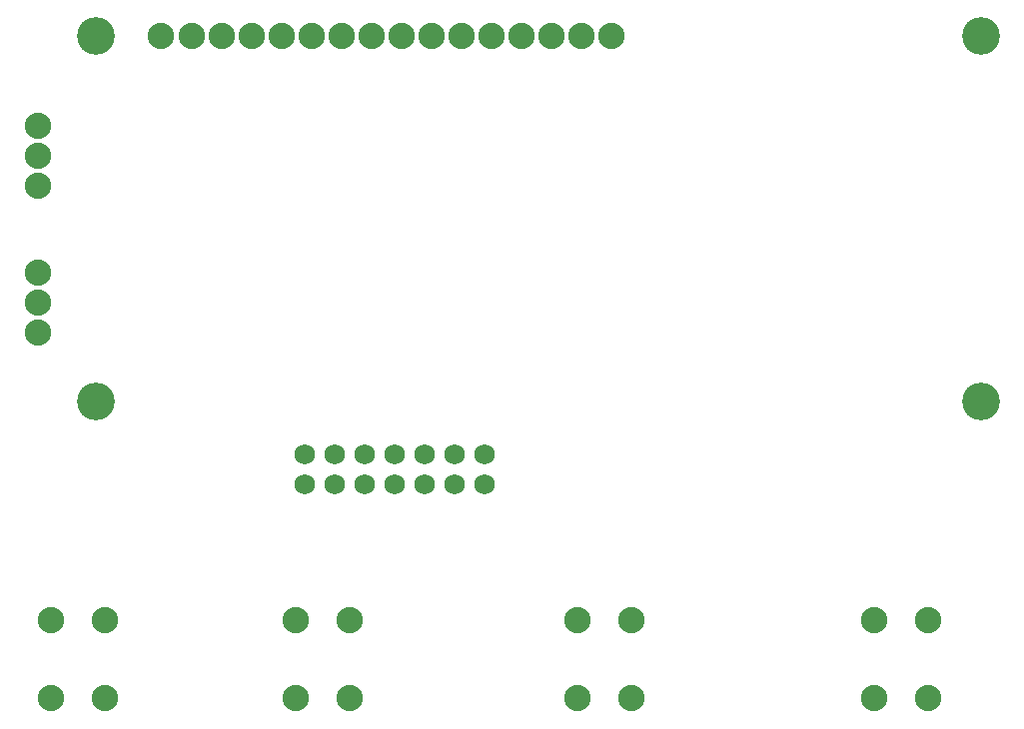
<source format=gbs>
G04*
G04 #@! TF.GenerationSoftware,Altium Limited,Altium Designer,19.0.12 (326)*
G04*
G04 Layer_Color=16711935*
%FSLAX25Y25*%
%MOIN*%
G70*
G01*
G75*
%ADD16C,0.06800*%
%ADD17C,0.08800*%
%ADD18C,0.12611*%
D16*
X168025Y76397D02*
D03*
Y86397D02*
D03*
X158025Y76397D02*
D03*
Y86397D02*
D03*
X148024Y76397D02*
D03*
Y86397D02*
D03*
X138024Y76397D02*
D03*
Y86397D02*
D03*
X128024Y76397D02*
D03*
Y86397D02*
D03*
X118025Y76397D02*
D03*
Y86397D02*
D03*
X108025Y76397D02*
D03*
Y86397D02*
D03*
D17*
X19025Y146897D02*
D03*
Y136897D02*
D03*
Y126897D02*
D03*
Y195897D02*
D03*
Y185897D02*
D03*
Y175897D02*
D03*
X210544Y225921D02*
D03*
X200544D02*
D03*
X190544D02*
D03*
X180544D02*
D03*
X170544D02*
D03*
X160544D02*
D03*
X150544D02*
D03*
X140544D02*
D03*
X130544D02*
D03*
X120544D02*
D03*
X110544D02*
D03*
X100544D02*
D03*
X90544D02*
D03*
X80544D02*
D03*
X70544D02*
D03*
X60040D02*
D03*
X41524Y4897D02*
D03*
Y30897D02*
D03*
X23525Y4897D02*
D03*
Y30897D02*
D03*
X123024Y4897D02*
D03*
Y30897D02*
D03*
X105025Y4897D02*
D03*
Y30897D02*
D03*
X217024Y4897D02*
D03*
Y30897D02*
D03*
X199024Y4897D02*
D03*
Y30897D02*
D03*
X316024Y4897D02*
D03*
Y30897D02*
D03*
X298025Y4897D02*
D03*
Y30897D02*
D03*
D18*
X333662Y225921D02*
D03*
Y103874D02*
D03*
X38387Y103873D02*
D03*
Y225921D02*
D03*
M02*

</source>
